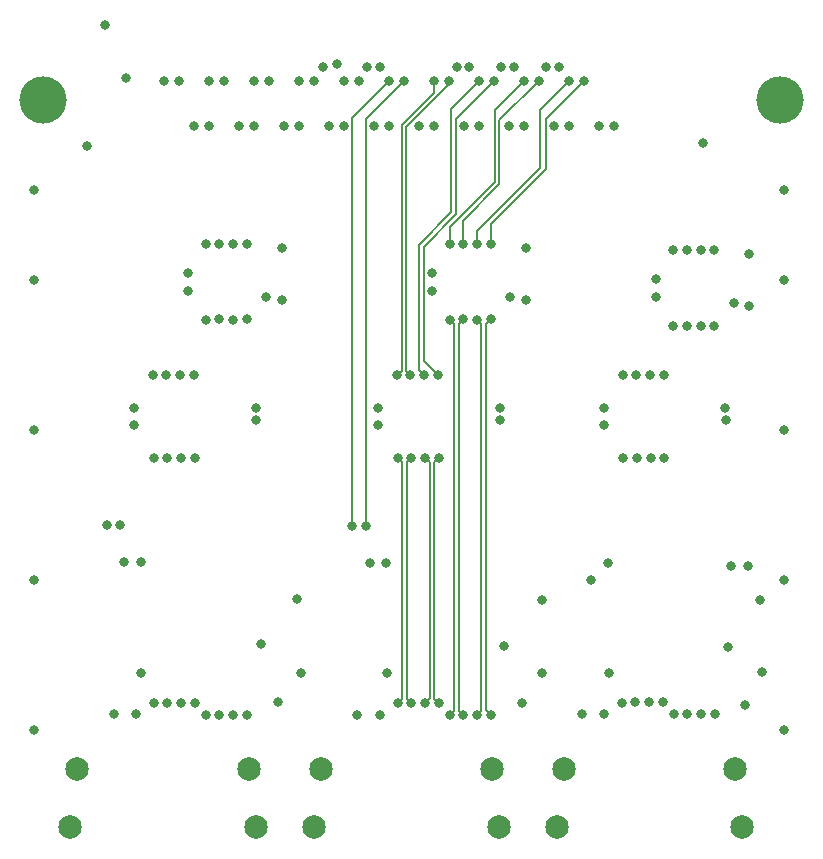
<source format=gbr>
G04 #@! TF.GenerationSoftware,KiCad,Pcbnew,(6.0.4-0)*
G04 #@! TF.CreationDate,2022-07-08T14:42:32+02:00*
G04 #@! TF.ProjectId,adapter_hybrid_assistor_hpc_3HDMI,61646170-7465-4725-9f68-79627269645f,rev?*
G04 #@! TF.SameCoordinates,Original*
G04 #@! TF.FileFunction,Copper,L5,Inr*
G04 #@! TF.FilePolarity,Positive*
%FSLAX46Y46*%
G04 Gerber Fmt 4.6, Leading zero omitted, Abs format (unit mm)*
G04 Created by KiCad (PCBNEW (6.0.4-0)) date 2022-07-08 14:42:32*
%MOMM*%
%LPD*%
G01*
G04 APERTURE LIST*
G04 #@! TA.AperFunction,ComponentPad*
%ADD10C,4.000000*%
G04 #@! TD*
G04 #@! TA.AperFunction,ComponentPad*
%ADD11C,1.995000*%
G04 #@! TD*
G04 #@! TA.AperFunction,ViaPad*
%ADD12C,0.800000*%
G04 #@! TD*
G04 #@! TA.AperFunction,Conductor*
%ADD13C,0.200000*%
G04 #@! TD*
G04 APERTURE END LIST*
D10*
X165683000Y-110458000D03*
X103303000Y-110458000D03*
D11*
X106189000Y-167050000D03*
X120689000Y-167050000D03*
X105589000Y-171950000D03*
X121289000Y-171950000D03*
X147369000Y-167060000D03*
X161869000Y-167060000D03*
X146769000Y-171960000D03*
X162469000Y-171960000D03*
X126819000Y-167050000D03*
X141319000Y-167050000D03*
X126219000Y-171950000D03*
X141919000Y-171950000D03*
D12*
X164120000Y-158870000D03*
X107030000Y-114310000D03*
X132370000Y-158974000D03*
X145510000Y-158974000D03*
X151170000Y-158974000D03*
X111580000Y-158974000D03*
X125146000Y-158974000D03*
X166040000Y-151100000D03*
X166040000Y-138400000D03*
X115550000Y-126570000D03*
X163090000Y-127880000D03*
X102540000Y-118080000D03*
X102540000Y-125700000D03*
X161090000Y-137530000D03*
X131670000Y-136470000D03*
X143800000Y-161460000D03*
X102540000Y-163800000D03*
X155150000Y-127090000D03*
X162680000Y-161630000D03*
X123490000Y-127360000D03*
X132330000Y-149630000D03*
X150790000Y-136470000D03*
X111540000Y-149560000D03*
X121320000Y-137550000D03*
X102540000Y-151100000D03*
X166040000Y-163800000D03*
X123220000Y-161420000D03*
X108509000Y-104110000D03*
X102540000Y-138400000D03*
X136200000Y-126570000D03*
X166040000Y-125700000D03*
X111020000Y-136490000D03*
X144140000Y-127360000D03*
X159182000Y-114087000D03*
X166040000Y-118080000D03*
X141970000Y-137530000D03*
X151110000Y-149620000D03*
X121290000Y-136500000D03*
X161280000Y-156720000D03*
X136230000Y-125040000D03*
X141940000Y-136480000D03*
X161790000Y-127630000D03*
X110280000Y-108530000D03*
X161060000Y-136480000D03*
X142330000Y-156690000D03*
X144140000Y-122970000D03*
X123490000Y-122970000D03*
X130960000Y-149630000D03*
X131660000Y-137960000D03*
X124750000Y-152650000D03*
X110170000Y-149560000D03*
X155180000Y-125560000D03*
X115580000Y-125040000D03*
X122190000Y-127110000D03*
X163090000Y-123490000D03*
X142840000Y-127110000D03*
X150780000Y-137960000D03*
X121770000Y-156500000D03*
X164000000Y-152760000D03*
X111010000Y-137980000D03*
X149640000Y-151090000D03*
X145540000Y-152720000D03*
X118190000Y-122610000D03*
X126230000Y-108800000D03*
X109830489Y-146399511D03*
X114810000Y-108810000D03*
X108689511Y-146410489D03*
X113540000Y-108810000D03*
X145280000Y-108800000D03*
X138840000Y-122610000D03*
X140020000Y-122620000D03*
X147830000Y-108800000D03*
X141180000Y-122630000D03*
X149100000Y-108800000D03*
X118610000Y-108800000D03*
X113720000Y-133740000D03*
X117350000Y-108800000D03*
X112590000Y-133750000D03*
X122440000Y-108800000D03*
X116060000Y-133740000D03*
X121150000Y-108800000D03*
X114900000Y-133750000D03*
X117060000Y-122600000D03*
X124960000Y-108800000D03*
X140210000Y-108800000D03*
X135550000Y-133730000D03*
X133240000Y-133730000D03*
X136400000Y-108800000D03*
X134370000Y-133720000D03*
X137670000Y-108800000D03*
X141480000Y-108800000D03*
X136710000Y-133720000D03*
X144030000Y-108800000D03*
X137710000Y-122600000D03*
X132590000Y-108800000D03*
X129479511Y-146480489D03*
X130620489Y-146469511D03*
X133860000Y-108800000D03*
X120530000Y-129010000D03*
X120530000Y-162460000D03*
X119370000Y-129020000D03*
X119370000Y-162460000D03*
X118190000Y-162460000D03*
X118190000Y-129010000D03*
X117060000Y-162470000D03*
X117060000Y-129020000D03*
X116120000Y-140720000D03*
X116120000Y-161450000D03*
X114960000Y-161450000D03*
X114960000Y-140730000D03*
X113780000Y-161450000D03*
X113780000Y-140720000D03*
X112650000Y-140730000D03*
X112650000Y-161460000D03*
X111190000Y-162450000D03*
X109260000Y-162450000D03*
X129910000Y-162490000D03*
X131840000Y-162490000D03*
X133300000Y-140710000D03*
X133300000Y-161500000D03*
X134430000Y-140700000D03*
X134430000Y-161490000D03*
X135610000Y-161490000D03*
X135610000Y-140710000D03*
X136770000Y-161490000D03*
X136770000Y-140700000D03*
X137710000Y-162510000D03*
X137710000Y-129020000D03*
X138840000Y-129010000D03*
X138840000Y-162500000D03*
X140020000Y-129020000D03*
X140020000Y-162500000D03*
X141180000Y-129010000D03*
X141180000Y-162500000D03*
X130040000Y-108800000D03*
X120530000Y-122630000D03*
X119370000Y-122620000D03*
X128780000Y-108800000D03*
X146990000Y-107610000D03*
X160130000Y-123150000D03*
X158970000Y-123140000D03*
X145880000Y-107610000D03*
X143140000Y-107610000D03*
X157790000Y-123130000D03*
X156660000Y-123120000D03*
X142080000Y-107610000D03*
X155830000Y-133720000D03*
X139370000Y-107610000D03*
X154670000Y-133730000D03*
X138300000Y-107610000D03*
X153490000Y-133720000D03*
X131780000Y-107610000D03*
X130750000Y-107610000D03*
X152360000Y-133730000D03*
X128160000Y-107390000D03*
X162950000Y-149910000D03*
X161500000Y-149880000D03*
X126970000Y-107610000D03*
X151640000Y-112640000D03*
X150370000Y-112640000D03*
X147830000Y-112640000D03*
X136400000Y-112640000D03*
X135130000Y-112640000D03*
X128780000Y-112640000D03*
X131320000Y-112640000D03*
X132590000Y-112640000D03*
X140210000Y-112640000D03*
X138940000Y-112640000D03*
X144020000Y-112640000D03*
X142750000Y-112640000D03*
X146560000Y-112640000D03*
X123700000Y-112640000D03*
X119890000Y-112640000D03*
X121160000Y-112640000D03*
X124970000Y-112640000D03*
X127510000Y-112640000D03*
X116080000Y-112640000D03*
X117350000Y-112640000D03*
X160130000Y-129530000D03*
X160160000Y-162440000D03*
X159000000Y-162440000D03*
X158970000Y-129540000D03*
X157790000Y-129530000D03*
X157820000Y-162440000D03*
X156660000Y-129540000D03*
X156690000Y-162450000D03*
X155750000Y-161430000D03*
X155890000Y-140700000D03*
X154590000Y-161430000D03*
X154730000Y-140710000D03*
X153410000Y-161430000D03*
X153550000Y-140700000D03*
X152280000Y-161440000D03*
X152420000Y-140710000D03*
X150820000Y-162430000D03*
X148890000Y-162430000D03*
D13*
X141930000Y-117550000D02*
X138840000Y-120640000D01*
X141930000Y-112150000D02*
X141930000Y-117550000D01*
X138840000Y-120640000D02*
X138840000Y-122610000D01*
X145280000Y-108800000D02*
X141930000Y-112150000D01*
X145372497Y-111257503D02*
X145372497Y-116162497D01*
X147830000Y-108800000D02*
X145372497Y-111257503D01*
X140020000Y-121514994D02*
X140020000Y-122620000D01*
X145372497Y-116162497D02*
X140020000Y-121514994D01*
X149100000Y-108800000D02*
X145860489Y-112039511D01*
X145860489Y-116249511D02*
X141190000Y-120920000D01*
X141190000Y-120920000D02*
X141190000Y-122620000D01*
X141190000Y-122620000D02*
X141180000Y-122630000D01*
X145860489Y-112039511D02*
X145860489Y-116249511D01*
X135100969Y-133280969D02*
X135100969Y-122684013D01*
X135550000Y-133730000D02*
X135100969Y-133280969D01*
X135100969Y-122684013D02*
X137840969Y-119944013D01*
X137840969Y-119944013D02*
X137840969Y-111169031D01*
X137840969Y-111169031D02*
X140210000Y-108800000D01*
X133640000Y-133330000D02*
X133240000Y-133730000D01*
X136400000Y-109815735D02*
X133640000Y-112575735D01*
X133640000Y-112575735D02*
X133640000Y-133330000D01*
X136400000Y-108800000D02*
X136400000Y-109815735D01*
X134039520Y-112741221D02*
X134039520Y-133389520D01*
X137670000Y-108800000D02*
X137670000Y-109110741D01*
X137670000Y-109110741D02*
X134039520Y-112741221D01*
X134039520Y-133389520D02*
X134370000Y-133720000D01*
X138240489Y-112039511D02*
X138240489Y-120109499D01*
X135500489Y-132510489D02*
X136710000Y-133720000D01*
X141480000Y-108800000D02*
X138240489Y-112039511D01*
X138240489Y-120109499D02*
X135500489Y-122849499D01*
X135500489Y-122849499D02*
X135500489Y-132510489D01*
X141530480Y-111299520D02*
X141530480Y-117384514D01*
X141530480Y-117384514D02*
X137710000Y-121204994D01*
X144030000Y-108800000D02*
X141530480Y-111299520D01*
X137710000Y-121204994D02*
X137710000Y-122600000D01*
X129479511Y-146220489D02*
X129479511Y-146480489D01*
X132590000Y-108800000D02*
X129479511Y-111910489D01*
X129479511Y-111910489D02*
X129479511Y-146220489D01*
X130620489Y-112039511D02*
X130620489Y-146469511D01*
X133860000Y-108800000D02*
X130620489Y-112039511D01*
X133670000Y-161130000D02*
X133300000Y-161500000D01*
X133670000Y-141080000D02*
X133670000Y-161130000D01*
X133300000Y-140710000D02*
X133670000Y-141080000D01*
X134410000Y-140700000D02*
X134069520Y-141040480D01*
X134069520Y-141040480D02*
X134069520Y-161129520D01*
X134430000Y-140700000D02*
X134410000Y-140700000D01*
X134069520Y-161129520D02*
X134430000Y-161490000D01*
X136010480Y-141110480D02*
X136010480Y-161089520D01*
X136010480Y-161089520D02*
X135610000Y-161490000D01*
X135610000Y-140710000D02*
X136010480Y-141110480D01*
X136410000Y-161130000D02*
X136770000Y-161490000D01*
X136770000Y-140700000D02*
X136410000Y-141060000D01*
X136410000Y-141060000D02*
X136410000Y-161130000D01*
X138070480Y-162149520D02*
X138070480Y-129380480D01*
X138070480Y-129380480D02*
X137710000Y-129020000D01*
X137710000Y-162510000D02*
X138070480Y-162149520D01*
X138840000Y-129010000D02*
X138470000Y-129380000D01*
X138470000Y-129380000D02*
X138470000Y-162130000D01*
X138470000Y-162130000D02*
X138840000Y-162500000D01*
X140380480Y-129380480D02*
X140020000Y-129020000D01*
X140020000Y-162500000D02*
X140380480Y-162139520D01*
X140380480Y-162139520D02*
X140380480Y-129380480D01*
X140780000Y-162100000D02*
X141180000Y-162500000D01*
X140780000Y-129410000D02*
X140780000Y-162100000D01*
X141180000Y-129010000D02*
X140780000Y-129410000D01*
M02*

</source>
